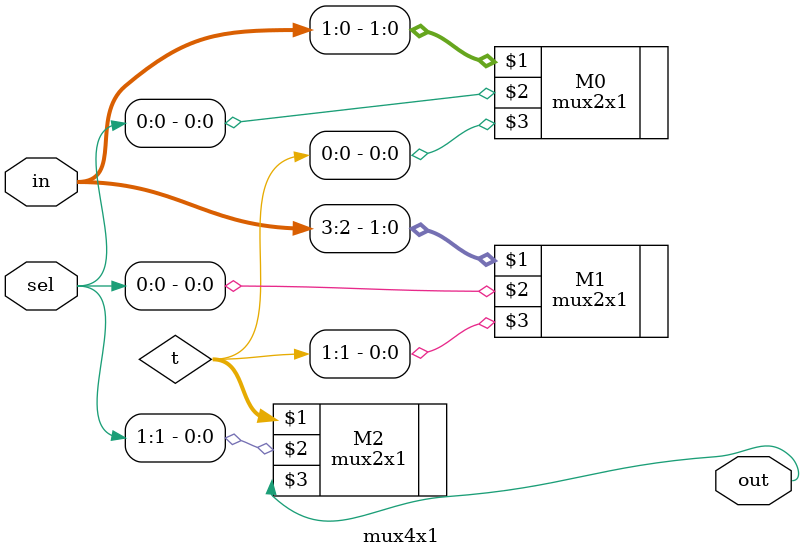
<source format=v>
module mux4x1(in,sel,out);
  input [3:0] in;
  input [1:0] sel;
  output out;
  wire [1:0] t;

  mux2x1 M0 (in[1:0],sel[0],t[0]);
  mux2x1 M1 (in[3:2],sel[0],t[1]);
  mux2x1 M2 (t,sel[1],out);
endmodule
</source>
